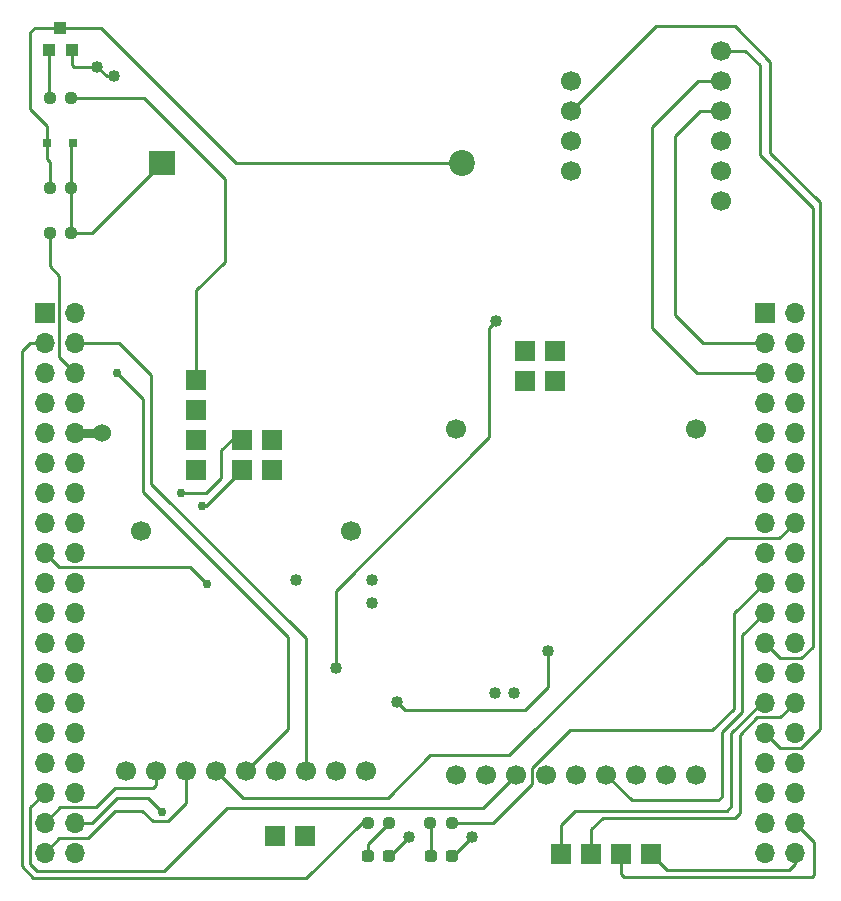
<source format=gtl>
G04 #@! TF.GenerationSoftware,KiCad,Pcbnew,(5.99.0-13294-g19fc8c6d98)*
G04 #@! TF.CreationDate,2021-12-07T19:06:37+01:00*
G04 #@! TF.ProjectId,easycomm,65617379-636f-46d6-9d2e-6b696361645f,rev?*
G04 #@! TF.SameCoordinates,Original*
G04 #@! TF.FileFunction,Copper,L1,Top*
G04 #@! TF.FilePolarity,Positive*
%FSLAX46Y46*%
G04 Gerber Fmt 4.6, Leading zero omitted, Abs format (unit mm)*
G04 Created by KiCad (PCBNEW (5.99.0-13294-g19fc8c6d98)) date 2021-12-07 19:06:37*
%MOMM*%
%LPD*%
G01*
G04 APERTURE LIST*
G04 Aperture macros list*
%AMRoundRect*
0 Rectangle with rounded corners*
0 $1 Rounding radius*
0 $2 $3 $4 $5 $6 $7 $8 $9 X,Y pos of 4 corners*
0 Add a 4 corners polygon primitive as box body*
4,1,4,$2,$3,$4,$5,$6,$7,$8,$9,$2,$3,0*
0 Add four circle primitives for the rounded corners*
1,1,$1+$1,$2,$3*
1,1,$1+$1,$4,$5*
1,1,$1+$1,$6,$7*
1,1,$1+$1,$8,$9*
0 Add four rect primitives between the rounded corners*
20,1,$1+$1,$2,$3,$4,$5,0*
20,1,$1+$1,$4,$5,$6,$7,0*
20,1,$1+$1,$6,$7,$8,$9,0*
20,1,$1+$1,$8,$9,$2,$3,0*%
G04 Aperture macros list end*
G04 #@! TA.AperFunction,SMDPad,CuDef*
%ADD10RoundRect,0.237500X-0.250000X-0.237500X0.250000X-0.237500X0.250000X0.237500X-0.250000X0.237500X0*%
G04 #@! TD*
G04 #@! TA.AperFunction,ComponentPad*
%ADD11R,1.700000X1.700000*%
G04 #@! TD*
G04 #@! TA.AperFunction,ComponentPad*
%ADD12O,1.700000X1.700000*%
G04 #@! TD*
G04 #@! TA.AperFunction,SMDPad,CuDef*
%ADD13RoundRect,0.237500X0.250000X0.237500X-0.250000X0.237500X-0.250000X-0.237500X0.250000X-0.237500X0*%
G04 #@! TD*
G04 #@! TA.AperFunction,SMDPad,CuDef*
%ADD14RoundRect,0.237500X0.287500X0.237500X-0.287500X0.237500X-0.287500X-0.237500X0.287500X-0.237500X0*%
G04 #@! TD*
G04 #@! TA.AperFunction,SMDPad,CuDef*
%ADD15R,1.000000X1.000000*%
G04 #@! TD*
G04 #@! TA.AperFunction,ComponentPad*
%ADD16C,1.700000*%
G04 #@! TD*
G04 #@! TA.AperFunction,SMDPad,CuDef*
%ADD17R,0.700000X0.700000*%
G04 #@! TD*
G04 #@! TA.AperFunction,ComponentPad*
%ADD18R,2.200000X2.000000*%
G04 #@! TD*
G04 #@! TA.AperFunction,ComponentPad*
%ADD19C,2.200000*%
G04 #@! TD*
G04 #@! TA.AperFunction,ViaPad*
%ADD20C,0.762000*%
G04 #@! TD*
G04 #@! TA.AperFunction,ViaPad*
%ADD21C,1.524000*%
G04 #@! TD*
G04 #@! TA.AperFunction,ViaPad*
%ADD22C,1.016000*%
G04 #@! TD*
G04 #@! TA.AperFunction,Conductor*
%ADD23C,0.254000*%
G04 #@! TD*
G04 #@! TA.AperFunction,Conductor*
%ADD24C,0.762000*%
G04 #@! TD*
G04 APERTURE END LIST*
D10*
G04 #@! TO.P,R3,1*
G04 #@! TO.N,Net-(Q1-Pad1)*
X108675000Y-57870000D03*
G04 #@! TO.P,R3,2*
G04 #@! TO.N,/BUZZ*
X110500000Y-57870000D03*
G04 #@! TD*
D11*
G04 #@! TO.P,J2,1,Pin_1*
G04 #@! TO.N,/FLASH_IO1*
X108250000Y-76030000D03*
D12*
G04 #@! TO.P,J2,2,Pin_2*
G04 #@! TO.N,/BLE_IRQ*
X110790000Y-76030000D03*
G04 #@! TO.P,J2,3,Pin_3*
G04 #@! TO.N,/LED_STATUS1*
X108250000Y-78570000D03*
G04 #@! TO.P,J2,4,Pin_4*
G04 #@! TO.N,/BLE_RST*
X110790000Y-78570000D03*
G04 #@! TO.P,J2,5,Pin_5*
G04 #@! TO.N,unconnected-(J2-Pad5)*
X108250000Y-81110000D03*
G04 #@! TO.P,J2,6,Pin_6*
G04 #@! TO.N,+5V*
X110790000Y-81110000D03*
G04 #@! TO.P,J2,7,Pin_7*
G04 #@! TO.N,unconnected-(J2-Pad7)*
X108250000Y-83650000D03*
G04 #@! TO.P,J2,8,Pin_8*
G04 #@! TO.N,GND*
X110790000Y-83650000D03*
G04 #@! TO.P,J2,9,Pin_9*
G04 #@! TO.N,/XTRA4_D*
X108250000Y-86190000D03*
G04 #@! TO.P,J2,10,Pin_10*
G04 #@! TO.N,+3V3*
X110790000Y-86190000D03*
G04 #@! TO.P,J2,11,Pin_11*
G04 #@! TO.N,/XTRA5_D*
X108250000Y-88730000D03*
G04 #@! TO.P,J2,12,Pin_12*
G04 #@! TO.N,unconnected-(J2-Pad12)*
X110790000Y-88730000D03*
G04 #@! TO.P,J2,13,Pin_13*
G04 #@! TO.N,unconnected-(J2-Pad13)*
X108250000Y-91270000D03*
G04 #@! TO.P,J2,14,Pin_14*
G04 #@! TO.N,unconnected-(J2-Pad14)*
X110790000Y-91270000D03*
G04 #@! TO.P,J2,15,Pin_15*
G04 #@! TO.N,unconnected-(J2-Pad15)*
X108250000Y-93810000D03*
G04 #@! TO.P,J2,16,Pin_16*
G04 #@! TO.N,unconnected-(J2-Pad16)*
X110790000Y-93810000D03*
G04 #@! TO.P,J2,17,Pin_17*
G04 #@! TO.N,/PA15*
X108250000Y-96350000D03*
G04 #@! TO.P,J2,18,Pin_18*
G04 #@! TO.N,unconnected-(J2-Pad18)*
X110790000Y-96350000D03*
G04 #@! TO.P,J2,19,Pin_19*
G04 #@! TO.N,GND*
X108250000Y-98890000D03*
G04 #@! TO.P,J2,20,Pin_20*
X110790000Y-98890000D03*
G04 #@! TO.P,J2,21,Pin_21*
G04 #@! TO.N,/BUZZ*
X108250000Y-101430000D03*
G04 #@! TO.P,J2,22,Pin_22*
G04 #@! TO.N,GND*
X110790000Y-101430000D03*
G04 #@! TO.P,J2,23,Pin_23*
G04 #@! TO.N,unconnected-(J2-Pad23)*
X108250000Y-103970000D03*
G04 #@! TO.P,J2,24,Pin_24*
G04 #@! TO.N,unconnected-(J2-Pad24)*
X110790000Y-103970000D03*
G04 #@! TO.P,J2,25,Pin_25*
G04 #@! TO.N,unconnected-(J2-Pad25)*
X108250000Y-106510000D03*
G04 #@! TO.P,J2,26,Pin_26*
G04 #@! TO.N,unconnected-(J2-Pad26)*
X110790000Y-106510000D03*
G04 #@! TO.P,J2,27,Pin_27*
G04 #@! TO.N,unconnected-(J2-Pad27)*
X108250000Y-109050000D03*
G04 #@! TO.P,J2,28,Pin_28*
G04 #@! TO.N,/PA0*
X110790000Y-109050000D03*
G04 #@! TO.P,J2,29,Pin_29*
G04 #@! TO.N,unconnected-(J2-Pad29)*
X108250000Y-111590000D03*
G04 #@! TO.P,J2,30,Pin_30*
G04 #@! TO.N,/FLASH_RESET*
X110790000Y-111590000D03*
G04 #@! TO.P,J2,31,Pin_31*
G04 #@! TO.N,unconnected-(J2-Pad31)*
X108250000Y-114130000D03*
G04 #@! TO.P,J2,32,Pin_32*
G04 #@! TO.N,unconnected-(J2-Pad32)*
X110790000Y-114130000D03*
G04 #@! TO.P,J2,33,Pin_33*
G04 #@! TO.N,/VBAT*
X108250000Y-116670000D03*
G04 #@! TO.P,J2,34,Pin_34*
G04 #@! TO.N,/PPS*
X110790000Y-116670000D03*
G04 #@! TO.P,J2,35,Pin_35*
G04 #@! TO.N,/BLE_MISO*
X108250000Y-119210000D03*
G04 #@! TO.P,J2,36,Pin_36*
G04 #@! TO.N,/GPS_ENABLE*
X110790000Y-119210000D03*
G04 #@! TO.P,J2,37,Pin_37*
G04 #@! TO.N,/BLE_MOSI*
X108250000Y-121750000D03*
G04 #@! TO.P,J2,38,Pin_38*
G04 #@! TO.N,unconnected-(J2-Pad38)*
X110790000Y-121750000D03*
G04 #@! TD*
D11*
G04 #@! TO.P,BUZZ,1,1*
G04 #@! TO.N,/BUZZ*
X121100000Y-81760000D03*
G04 #@! TD*
D13*
G04 #@! TO.P,R4,1*
G04 #@! TO.N,Net-(D2-Pad2)*
X137417500Y-119200000D03*
G04 #@! TO.P,R4,2*
G04 #@! TO.N,/LED_STATUS1*
X135592500Y-119200000D03*
G04 #@! TD*
D14*
G04 #@! TO.P,STATE2,1,K*
G04 #@! TO.N,GND*
X142705000Y-122000000D03*
G04 #@! TO.P,STATE2,2,A*
G04 #@! TO.N,Net-(D3-Pad2)*
X140955000Y-122000000D03*
G04 #@! TD*
D11*
G04 #@! TO.P,PA11,1,Pin_1*
G04 #@! TO.N,/PA11*
X148942000Y-79280000D03*
G04 #@! TD*
G04 #@! TO.P,PC8,1,Pin_1*
G04 #@! TO.N,/PC8*
X151482000Y-79280000D03*
G04 #@! TD*
G04 #@! TO.P,PC6,1,Pin_1*
G04 #@! TO.N,/PC6*
X151482000Y-81820000D03*
G04 #@! TD*
D10*
G04 #@! TO.P,R1,1*
G04 #@! TO.N,+5V*
X108675000Y-69300000D03*
G04 #@! TO.P,R1,2*
G04 #@! TO.N,Net-(BZ1-Pad1)*
X110500000Y-69300000D03*
G04 #@! TD*
D11*
G04 #@! TO.P,PA15,1,Pin_1*
G04 #@! TO.N,/PA15*
X127540000Y-89340000D03*
G04 #@! TD*
D14*
G04 #@! TO.P,STATE1,1,K*
G04 #@! TO.N,GND*
X137380000Y-122000000D03*
G04 #@! TO.P,STATE1,2,A*
G04 #@! TO.N,Net-(D2-Pad2)*
X135630000Y-122000000D03*
G04 #@! TD*
D11*
G04 #@! TO.P,J8,1,Pin_1*
G04 #@! TO.N,GND*
X130340000Y-120300000D03*
G04 #@! TD*
D15*
G04 #@! TO.P,Q1,1,B*
G04 #@! TO.N,Net-(Q1-Pad1)*
X108587500Y-53790000D03*
G04 #@! TO.P,Q1,2,E*
G04 #@! TO.N,GND*
X110587500Y-53790000D03*
G04 #@! TO.P,Q1,3,C*
G04 #@! TO.N,Net-(BZ1-Pad2)*
X109587500Y-51890000D03*
G04 #@! TD*
D11*
G04 #@! TO.P,SX2,1,Pin_1*
G04 #@! TO.N,/S_XTRA2*
X157070000Y-121825000D03*
G04 #@! TD*
G04 #@! TO.P,GND,1,1*
G04 #@! TO.N,GND*
X121100000Y-84300000D03*
G04 #@! TD*
G04 #@! TO.P,PB4,1,Pin_1*
G04 #@! TO.N,/PB4*
X151990000Y-121825000D03*
G04 #@! TD*
D16*
G04 #@! TO.P,U3,1,Vin*
G04 #@! TO.N,+3V3*
X165550000Y-66550000D03*
G04 #@! TO.P,U3,2,Vout*
G04 #@! TO.N,unconnected-(U3-Pad2)*
X165550000Y-64010000D03*
G04 #@! TO.P,U3,3,GND*
G04 #@! TO.N,GND*
X165550000Y-61470000D03*
G04 #@! TO.P,U3,4,SCL*
G04 #@! TO.N,/IMU_SCL*
X165550000Y-58930000D03*
G04 #@! TO.P,U3,5,SDA*
G04 #@! TO.N,/IMU_SDA*
X165550000Y-56390000D03*
G04 #@! TO.P,U3,6,INTM*
G04 #@! TO.N,/INTM*
X165550000Y-53850000D03*
G04 #@! TO.P,U3,7,DRDY*
G04 #@! TO.N,unconnected-(U3-Pad7)*
X152850000Y-64010000D03*
G04 #@! TO.P,U3,8,ADM*
G04 #@! TO.N,unconnected-(U3-Pad8)*
X152850000Y-61470000D03*
G04 #@! TO.P,U3,9,INT1*
G04 #@! TO.N,/IMU_INT1*
X152850000Y-58930000D03*
G04 #@! TO.P,U3,10,AGAD*
G04 #@! TO.N,unconnected-(U3-Pad10)*
X152850000Y-56390000D03*
G04 #@! TD*
G04 #@! TO.P,U2,1,3VOUT*
G04 #@! TO.N,unconnected-(U2-Pad1)*
X143100000Y-115156000D03*
G04 #@! TO.P,U2,2,ENABLE*
G04 #@! TO.N,/GPS_ENABLE*
X145640000Y-115156000D03*
G04 #@! TO.P,U2,3,VBAT*
G04 #@! TO.N,/VBAT*
X148180000Y-115156000D03*
G04 #@! TO.P,U2,4,FIX*
G04 #@! TO.N,unconnected-(U2-Pad4)*
X150720000Y-115156000D03*
G04 #@! TO.P,U2,5,TX*
G04 #@! TO.N,/TX_RX*
X153260000Y-115156000D03*
G04 #@! TO.P,U2,6,RX*
G04 #@! TO.N,/RX_TX*
X155800000Y-115156000D03*
G04 #@! TO.P,U2,7,GND*
G04 #@! TO.N,GND*
X158340000Y-115156000D03*
G04 #@! TO.P,U2,8,VIN*
G04 #@! TO.N,+3V3*
X160880000Y-115156000D03*
G04 #@! TO.P,U2,9,PPS*
G04 #@! TO.N,/PPS*
X163420000Y-115156000D03*
G04 #@! TO.P,U2,10*
G04 #@! TO.N,N/C*
X143100000Y-85884000D03*
G04 #@! TO.P,U2,11*
X163420000Y-85884000D03*
G04 #@! TD*
D11*
G04 #@! TO.P,SX3,1,Pin_1*
G04 #@! TO.N,/S_XTRA3*
X159610000Y-121825000D03*
G04 #@! TD*
G04 #@! TO.P,3V3,1,1*
G04 #@! TO.N,+3V3*
X121100000Y-89380000D03*
G04 #@! TD*
D17*
G04 #@! TO.P,D1,1,K*
G04 #@! TO.N,Net-(BZ1-Pad1)*
X110637500Y-61680000D03*
G04 #@! TO.P,D1,2,A*
G04 #@! TO.N,Net-(BZ1-Pad2)*
X108437500Y-61680000D03*
G04 #@! TD*
D11*
G04 #@! TO.P,J1,1,Pin_1*
G04 #@! TO.N,/FLASH_IO0*
X169210000Y-76030000D03*
D12*
G04 #@! TO.P,J1,2,Pin_2*
G04 #@! TO.N,/PC8*
X171750000Y-76030000D03*
G04 #@! TO.P,J1,3,Pin_3*
G04 #@! TO.N,/IMU_SCL*
X169210000Y-78570000D03*
G04 #@! TO.P,J1,4,Pin_4*
G04 #@! TO.N,/PC6*
X171750000Y-78570000D03*
G04 #@! TO.P,J1,5,Pin_5*
G04 #@! TO.N,/IMU_SDA*
X169210000Y-81110000D03*
G04 #@! TO.P,J1,6,Pin_6*
G04 #@! TO.N,unconnected-(J1-Pad6)*
X171750000Y-81110000D03*
G04 #@! TO.P,J1,7,Pin_7*
G04 #@! TO.N,unconnected-(J1-Pad7)*
X169210000Y-83650000D03*
G04 #@! TO.P,J1,8,Pin_8*
G04 #@! TO.N,unconnected-(J1-Pad8)*
X171750000Y-83650000D03*
G04 #@! TO.P,J1,9,Pin_9*
G04 #@! TO.N,GND*
X169210000Y-86190000D03*
G04 #@! TO.P,J1,10,Pin_10*
G04 #@! TO.N,unconnected-(J1-Pad10)*
X171750000Y-86190000D03*
G04 #@! TO.P,J1,11,Pin_11*
G04 #@! TO.N,unconnected-(J1-Pad11)*
X169210000Y-88730000D03*
G04 #@! TO.P,J1,12,Pin_12*
G04 #@! TO.N,/PA12*
X171750000Y-88730000D03*
G04 #@! TO.P,J1,13,Pin_13*
G04 #@! TO.N,unconnected-(J1-Pad13)*
X169210000Y-91270000D03*
G04 #@! TO.P,J1,14,Pin_14*
G04 #@! TO.N,/PA11*
X171750000Y-91270000D03*
G04 #@! TO.P,J1,15,Pin_15*
G04 #@! TO.N,unconnected-(J1-Pad15)*
X169210000Y-93810000D03*
G04 #@! TO.P,J1,16,Pin_16*
G04 #@! TO.N,/BLE_CS*
X171750000Y-93810000D03*
G04 #@! TO.P,J1,17,Pin_17*
G04 #@! TO.N,/FLASH_CS*
X169210000Y-96350000D03*
G04 #@! TO.P,J1,18,Pin_18*
G04 #@! TO.N,unconnected-(J1-Pad18)*
X171750000Y-96350000D03*
G04 #@! TO.P,J1,19,Pin_19*
G04 #@! TO.N,/LED_STATUS2*
X169210000Y-98890000D03*
G04 #@! TO.P,J1,20,Pin_20*
G04 #@! TO.N,GND*
X171750000Y-98890000D03*
G04 #@! TO.P,J1,21,Pin_21*
G04 #@! TO.N,/RX_TX*
X169210000Y-101430000D03*
G04 #@! TO.P,J1,22,Pin_22*
G04 #@! TO.N,/FLASH_CLK*
X171750000Y-101430000D03*
G04 #@! TO.P,J1,23,Pin_23*
G04 #@! TO.N,/INTM*
X169210000Y-103970000D03*
G04 #@! TO.P,J1,24,Pin_24*
G04 #@! TO.N,unconnected-(J1-Pad24)*
X171750000Y-103970000D03*
G04 #@! TO.P,J1,25,Pin_25*
G04 #@! TO.N,/FLASH_WP*
X169210000Y-106510000D03*
G04 #@! TO.P,J1,26,Pin_26*
G04 #@! TO.N,unconnected-(J1-Pad26)*
X171750000Y-106510000D03*
G04 #@! TO.P,J1,27,Pin_27*
G04 #@! TO.N,/PB4*
X169210000Y-109050000D03*
G04 #@! TO.P,J1,28,Pin_28*
G04 #@! TO.N,/PB14*
X171750000Y-109050000D03*
G04 #@! TO.P,J1,29,Pin_29*
G04 #@! TO.N,/IMU_INT1*
X169210000Y-111590000D03*
G04 #@! TO.P,J1,30,Pin_30*
G04 #@! TO.N,/BLE_CLK*
X171750000Y-111590000D03*
G04 #@! TO.P,J1,31,Pin_31*
G04 #@! TO.N,unconnected-(J1-Pad31)*
X169210000Y-114130000D03*
G04 #@! TO.P,J1,32,Pin_32*
G04 #@! TO.N,unconnected-(J1-Pad32)*
X171750000Y-114130000D03*
G04 #@! TO.P,J1,33,Pin_33*
G04 #@! TO.N,/TX_RX*
X169210000Y-116670000D03*
G04 #@! TO.P,J1,34,Pin_34*
G04 #@! TO.N,unconnected-(J1-Pad34)*
X171750000Y-116670000D03*
G04 #@! TO.P,J1,35,Pin_35*
G04 #@! TO.N,unconnected-(J1-Pad35)*
X169210000Y-119210000D03*
G04 #@! TO.P,J1,36,Pin_36*
G04 #@! TO.N,/S_XTRA2*
X171750000Y-119210000D03*
G04 #@! TO.P,J1,37,Pin_37*
G04 #@! TO.N,unconnected-(J1-Pad37)*
X169210000Y-121750000D03*
G04 #@! TO.P,J1,38,Pin_38*
G04 #@! TO.N,/S_XTRA3*
X171750000Y-121750000D03*
G04 #@! TD*
D11*
G04 #@! TO.P,5V,1,1*
G04 #@! TO.N,+5V*
X121100000Y-86840000D03*
G04 #@! TD*
G04 #@! TO.P,J7,1,Pin_1*
G04 #@! TO.N,/DFU*
X127800000Y-120300000D03*
G04 #@! TD*
D13*
G04 #@! TO.P,R2,1*
G04 #@! TO.N,Net-(BZ1-Pad1)*
X110500000Y-65490000D03*
G04 #@! TO.P,R2,2*
G04 #@! TO.N,Net-(BZ1-Pad2)*
X108675000Y-65490000D03*
G04 #@! TD*
D16*
G04 #@! TO.P,U1,1,CLK*
G04 #@! TO.N,/BLE_CLK*
X115160000Y-114840000D03*
G04 #@! TO.P,U1,2,MISO*
G04 #@! TO.N,/BLE_MISO*
X117700000Y-114840000D03*
G04 #@! TO.P,U1,3,MOSI*
G04 #@! TO.N,/BLE_MOSI*
X120240000Y-114840000D03*
G04 #@! TO.P,U1,4,CS*
G04 #@! TO.N,/BLE_CS*
X122780000Y-114840000D03*
G04 #@! TO.P,U1,5,IRQ*
G04 #@! TO.N,/BLE_IRQ*
X125320000Y-114840000D03*
G04 #@! TO.P,U1,6,DFU*
G04 #@! TO.N,/DFU*
X127860000Y-114840000D03*
G04 #@! TO.P,U1,7,RST*
G04 #@! TO.N,/BLE_RST*
X130400000Y-114840000D03*
G04 #@! TO.P,U1,8,GND*
G04 #@! TO.N,GND*
X132940000Y-114840000D03*
G04 #@! TO.P,U1,9,VIN*
G04 #@! TO.N,+3V3*
X135480000Y-114840000D03*
G04 #@! TO.P,U1,10*
G04 #@! TO.N,N/C*
X116430000Y-94520000D03*
G04 #@! TO.P,U1,11*
X134210000Y-94520000D03*
G04 #@! TD*
D11*
G04 #@! TO.P,PA0,1,Pin_1*
G04 #@! TO.N,/PA0*
X127540000Y-86800000D03*
G04 #@! TD*
D10*
G04 #@! TO.P,R5,1*
G04 #@! TO.N,Net-(D3-Pad2)*
X140917500Y-119200000D03*
G04 #@! TO.P,R5,2*
G04 #@! TO.N,/LED_STATUS2*
X142742500Y-119200000D03*
G04 #@! TD*
D11*
G04 #@! TO.P,DX4,1,Pin_1*
G04 #@! TO.N,/XTRA4_D*
X125000000Y-86800000D03*
G04 #@! TD*
D18*
G04 #@! TO.P,BZ1,1,-*
G04 #@! TO.N,Net-(BZ1-Pad1)*
X118200000Y-63350000D03*
D19*
G04 #@! TO.P,BZ1,2,+*
G04 #@! TO.N,Net-(BZ1-Pad2)*
X143600000Y-63350000D03*
G04 #@! TD*
D11*
G04 #@! TO.P,PA12,1,Pin_1*
G04 #@! TO.N,/PA12*
X148942000Y-81820000D03*
G04 #@! TD*
G04 #@! TO.P,PB14,1,Pin_1*
G04 #@! TO.N,/PB14*
X154530000Y-121825000D03*
G04 #@! TD*
G04 #@! TO.P,DX5,1,Pin_1*
G04 #@! TO.N,/XTRA5_D*
X125000000Y-89340000D03*
G04 #@! TD*
D20*
G04 #@! TO.N,/XTRA4_D*
X119800000Y-91300000D03*
G04 #@! TO.N,/XTRA5_D*
X121600000Y-92400000D03*
G04 #@! TO.N,/PA15*
X122000000Y-99000000D03*
D21*
G04 #@! TO.N,+3V3*
X113099999Y-86200001D03*
D20*
G04 #@! TO.N,/BLE_IRQ*
X114400000Y-81100000D03*
G04 #@! TO.N,/GPS_ENABLE*
X118200000Y-118300000D03*
D22*
G04 #@! TO.N,/FLASH_IO0*
X132900000Y-106100000D03*
X146500000Y-76700000D03*
G04 #@! TO.N,GND*
X114100000Y-56000000D03*
X129500000Y-98700000D03*
X144400000Y-120400000D03*
X148000000Y-108200000D03*
X112700000Y-55200000D03*
X139100000Y-120400000D03*
X146400000Y-108200000D03*
G04 #@! TO.N,/FLASH_CLK*
X150900000Y-104700000D03*
X138100000Y-109000000D03*
G04 #@! TO.N,+3V3*
X136000000Y-100600000D03*
X136000000Y-98700000D03*
G04 #@! TD*
D23*
G04 #@! TO.N,/PB4*
X151990000Y-121825000D02*
X151990000Y-119410000D01*
X166400000Y-117800000D02*
X166400000Y-111600000D01*
X151990000Y-119410000D02*
X153200000Y-118200000D01*
X153200000Y-118200000D02*
X166000000Y-118200000D01*
X166000000Y-118200000D02*
X166400000Y-117800000D01*
X166400000Y-111600000D02*
X168950000Y-109050000D01*
X168950000Y-109050000D02*
X169210000Y-109050000D01*
G04 #@! TO.N,/XTRA4_D*
X123200000Y-90000000D02*
X123200000Y-87700000D01*
X124100000Y-86800000D02*
X125000000Y-86800000D01*
X119800000Y-91300000D02*
X121900000Y-91300000D01*
X121900000Y-91300000D02*
X123200000Y-90000000D01*
X123200000Y-87700000D02*
X124100000Y-86800000D01*
G04 #@! TO.N,/XTRA5_D*
X121600000Y-92400000D02*
X121940000Y-92400000D01*
X121940000Y-92400000D02*
X125000000Y-89340000D01*
G04 #@! TO.N,/PA15*
X108250000Y-96350000D02*
X109500000Y-97600000D01*
X109500000Y-97600000D02*
X120600000Y-97600000D01*
X120600000Y-97600000D02*
X122000000Y-99000000D01*
D24*
G04 #@! TO.N,+3V3*
X110790000Y-86190000D02*
X113089998Y-86190000D01*
X113089998Y-86190000D02*
X113099999Y-86200001D01*
D23*
G04 #@! TO.N,/BLE_IRQ*
X125320000Y-114840000D02*
X128900000Y-111260000D01*
X128900000Y-111260000D02*
X128900000Y-103500000D01*
X128900000Y-103500000D02*
X116600000Y-91200000D01*
X116600000Y-91200000D02*
X116600000Y-83300000D01*
X116600000Y-83300000D02*
X114400000Y-81100000D01*
G04 #@! TO.N,/BLE_RST*
X130400000Y-114840000D02*
X130400000Y-103600000D01*
X130400000Y-103600000D02*
X117300000Y-90500000D01*
X117300000Y-90500000D02*
X117300000Y-81300000D01*
X117300000Y-81300000D02*
X114570000Y-78570000D01*
X114570000Y-78570000D02*
X110790000Y-78570000D01*
G04 #@! TO.N,/LED_STATUS1*
X135592500Y-119200000D02*
X135105000Y-119200000D01*
X135105000Y-119200000D02*
X130405000Y-123900000D01*
X107300000Y-123900000D02*
X106300000Y-122900000D01*
X130405000Y-123900000D02*
X107300000Y-123900000D01*
X106300000Y-122900000D02*
X106300000Y-79300000D01*
X106300000Y-79300000D02*
X107030000Y-78570000D01*
X107030000Y-78570000D02*
X108250000Y-78570000D01*
G04 #@! TO.N,/VBAT*
X148180000Y-115156000D02*
X145336000Y-118000000D01*
X145336000Y-118000000D02*
X123700000Y-118000000D01*
X123700000Y-118000000D02*
X118400000Y-123300000D01*
X118400000Y-123300000D02*
X107600000Y-123300000D01*
X107600000Y-123300000D02*
X107000000Y-122700000D01*
X107000000Y-117920000D02*
X108250000Y-116670000D01*
X107000000Y-122700000D02*
X107000000Y-117920000D01*
G04 #@! TO.N,/BLE_MOSI*
X120240000Y-114840000D02*
X120240000Y-117560000D01*
X120240000Y-117560000D02*
X118700000Y-119100000D01*
X118700000Y-119100000D02*
X117400000Y-119100000D01*
X117400000Y-119100000D02*
X116500000Y-118200000D01*
X116500000Y-118200000D02*
X114200000Y-118200000D01*
X114200000Y-118200000D02*
X111900000Y-120500000D01*
X111900000Y-120500000D02*
X109500000Y-120500000D01*
X109500000Y-120500000D02*
X108250000Y-121750000D01*
G04 #@! TO.N,/GPS_ENABLE*
X118200000Y-118300000D02*
X117000000Y-117100000D01*
X117000000Y-117100000D02*
X114400000Y-117100000D01*
X114400000Y-117100000D02*
X112290000Y-119210000D01*
X112290000Y-119210000D02*
X110790000Y-119210000D01*
G04 #@! TO.N,/BLE_MISO*
X108250000Y-119210000D02*
X109560000Y-117900000D01*
X109560000Y-117900000D02*
X112600000Y-117900000D01*
X112600000Y-117900000D02*
X114200000Y-116300000D01*
X117400000Y-116300000D02*
X117700000Y-116000000D01*
X114200000Y-116300000D02*
X117400000Y-116300000D01*
X117700000Y-116000000D02*
X117700000Y-114840000D01*
G04 #@! TO.N,Net-(D2-Pad2)*
X135630000Y-122000000D02*
X135630000Y-120987500D01*
X135630000Y-120987500D02*
X137417500Y-119200000D01*
G04 #@! TO.N,+5V*
X110790000Y-81110000D02*
X109500000Y-79820000D01*
X108675000Y-72075000D02*
X108675000Y-69300000D01*
X109500000Y-79820000D02*
X109500000Y-72900000D01*
X109500000Y-72900000D02*
X108675000Y-72075000D01*
G04 #@! TO.N,/BLE_CS*
X171750000Y-93810000D02*
X170460000Y-95100000D01*
X170460000Y-95100000D02*
X166000000Y-95100000D01*
X137300000Y-117100000D02*
X125040000Y-117100000D01*
X166000000Y-95100000D02*
X147600000Y-113500000D01*
X147600000Y-113500000D02*
X140900000Y-113500000D01*
X140900000Y-113500000D02*
X137300000Y-117100000D01*
X125040000Y-117100000D02*
X122780000Y-114840000D01*
G04 #@! TO.N,/BUZZ*
X123500000Y-71700000D02*
X121100000Y-74100000D01*
X121100000Y-74100000D02*
X121100000Y-81760000D01*
G04 #@! TO.N,/RX_TX*
X169210000Y-101430000D02*
X167300000Y-103340000D01*
X165600000Y-111500000D02*
X165600000Y-117000000D01*
X167300000Y-103340000D02*
X167300000Y-109800000D01*
X167300000Y-109800000D02*
X165600000Y-111500000D01*
X165600000Y-117000000D02*
X165300000Y-117300000D01*
X165300000Y-117300000D02*
X157944000Y-117300000D01*
X157944000Y-117300000D02*
X155800000Y-115156000D01*
G04 #@! TO.N,Net-(BZ1-Pad1)*
X110500000Y-69300000D02*
X110500000Y-65490000D01*
X110500000Y-69300000D02*
X112250000Y-69300000D01*
X112250000Y-69300000D02*
X118200000Y-63350000D01*
X110500000Y-61817500D02*
X110637500Y-61680000D01*
X110500000Y-65490000D02*
X110500000Y-61817500D01*
G04 #@! TO.N,Net-(BZ1-Pad2)*
X124450000Y-63350000D02*
X112990000Y-51890000D01*
X107000000Y-58800000D02*
X108437500Y-60237500D01*
X108437500Y-63037500D02*
X108437500Y-61680000D01*
X112990000Y-51890000D02*
X109587500Y-51890000D01*
X108675000Y-63275000D02*
X108437500Y-63037500D01*
X108675000Y-65490000D02*
X108675000Y-63275000D01*
X107410000Y-51890000D02*
X109587500Y-51890000D01*
X107000000Y-58800000D02*
X107000000Y-52300000D01*
X143600000Y-63350000D02*
X124450000Y-63350000D01*
X107000000Y-52300000D02*
X107410000Y-51890000D01*
X108437500Y-60237500D02*
X108437500Y-61680000D01*
G04 #@! TO.N,Net-(D3-Pad2)*
X140955000Y-122000000D02*
X140955000Y-119237500D01*
X140955000Y-119237500D02*
X140917500Y-119200000D01*
G04 #@! TO.N,/FLASH_IO0*
X145900000Y-86600000D02*
X132900000Y-99600000D01*
X146500000Y-76700000D02*
X145900000Y-77300000D01*
X132900000Y-99600000D02*
X132900000Y-106100000D01*
X145900000Y-77300000D02*
X145900000Y-86600000D01*
G04 #@! TO.N,/IMU_SCL*
X161600000Y-61100000D02*
X163770000Y-58930000D01*
X161600000Y-76200000D02*
X161600000Y-61100000D01*
X163770000Y-58930000D02*
X165550000Y-58930000D01*
X163970000Y-78570000D02*
X161600000Y-76200000D01*
X169210000Y-78570000D02*
X163970000Y-78570000D01*
G04 #@! TO.N,/IMU_SDA*
X169210000Y-81110000D02*
X163510000Y-81110000D01*
X163610000Y-56390000D02*
X165550000Y-56390000D01*
X159700000Y-60300000D02*
X163610000Y-56390000D01*
X159700000Y-77300000D02*
X159700000Y-60300000D01*
X163510000Y-81110000D02*
X159700000Y-77300000D01*
G04 #@! TO.N,GND*
X110587500Y-55087500D02*
X110587500Y-53790000D01*
X142800000Y-122000000D02*
X144400000Y-120400000D01*
X110700000Y-55200000D02*
X110587500Y-55087500D01*
X142705000Y-122000000D02*
X142800000Y-122000000D01*
X112700000Y-55200000D02*
X110700000Y-55200000D01*
X114100000Y-56000000D02*
X113500000Y-56000000D01*
X113500000Y-56000000D02*
X112700000Y-55200000D01*
X137380000Y-122000000D02*
X137500000Y-122000000D01*
X137500000Y-122000000D02*
X139100000Y-120400000D01*
G04 #@! TO.N,/LED_STATUS2*
X149500000Y-115900000D02*
X149500000Y-114600000D01*
X164800000Y-111400000D02*
X166600000Y-109600000D01*
X142742500Y-119200000D02*
X146200000Y-119200000D01*
X166600000Y-101500000D02*
X169210000Y-98890000D01*
X146200000Y-119200000D02*
X149500000Y-115900000D01*
X152700000Y-111400000D02*
X164800000Y-111400000D01*
X166600000Y-109600000D02*
X166600000Y-101500000D01*
X149500000Y-114600000D02*
X152700000Y-111400000D01*
G04 #@! TO.N,/FLASH_CLK*
X150900000Y-104700000D02*
X150900000Y-107700000D01*
X138800000Y-109700000D02*
X138100000Y-109000000D01*
X148900000Y-109700000D02*
X138800000Y-109700000D01*
X150900000Y-107700000D02*
X148900000Y-109700000D01*
G04 #@! TO.N,/INTM*
X173300000Y-67200000D02*
X168800000Y-62700000D01*
X168800000Y-62700000D02*
X168800000Y-55100000D01*
X167550000Y-53850000D02*
X165550000Y-53850000D01*
X172300000Y-105300000D02*
X173300000Y-104300000D01*
X170540000Y-105300000D02*
X172300000Y-105300000D01*
X173300000Y-104300000D02*
X173300000Y-67200000D01*
X169210000Y-103970000D02*
X170540000Y-105300000D01*
X168800000Y-55100000D02*
X167550000Y-53850000D01*
G04 #@! TO.N,/PB14*
X155500000Y-118800000D02*
X154530000Y-119770000D01*
X171750000Y-109050000D02*
X170500000Y-110300000D01*
X166700000Y-118800000D02*
X155500000Y-118800000D01*
X168600000Y-110300000D02*
X167100000Y-111800000D01*
X167100000Y-118400000D02*
X166700000Y-118800000D01*
X167100000Y-111800000D02*
X167100000Y-118400000D01*
X170500000Y-110300000D02*
X168600000Y-110300000D01*
X154530000Y-119770000D02*
X154530000Y-121825000D01*
G04 #@! TO.N,/IMU_INT1*
X172300000Y-112900000D02*
X173900000Y-111300000D01*
X159980000Y-51800000D02*
X152850000Y-58930000D01*
X169700000Y-62500000D02*
X169700000Y-54800000D01*
X166700000Y-51800000D02*
X159980000Y-51800000D01*
X169210000Y-111590000D02*
X170520000Y-112900000D01*
X170520000Y-112900000D02*
X172300000Y-112900000D01*
X173900000Y-111300000D02*
X173900000Y-66700000D01*
X169700000Y-54800000D02*
X166700000Y-51800000D01*
X173900000Y-66700000D02*
X169700000Y-62500000D01*
G04 #@! TO.N,/BUZZ*
X110500000Y-57870000D02*
X116670000Y-57870000D01*
X123500000Y-64700000D02*
X123500000Y-71700000D01*
X116670000Y-57870000D02*
X123500000Y-64700000D01*
G04 #@! TO.N,/S_XTRA2*
X157070000Y-123570000D02*
X157070000Y-121825000D01*
X157300000Y-123800000D02*
X157070000Y-123570000D01*
X173400000Y-123600000D02*
X173200000Y-123800000D01*
X173400000Y-120860000D02*
X173400000Y-123600000D01*
X171750000Y-119210000D02*
X173400000Y-120860000D01*
X173200000Y-123800000D02*
X157300000Y-123800000D01*
G04 #@! TO.N,Net-(Q1-Pad1)*
X108587500Y-53790000D02*
X108587500Y-57782500D01*
X108587500Y-57782500D02*
X108675000Y-57870000D01*
G04 #@! TO.N,/S_XTRA3*
X171750000Y-122750000D02*
X171750000Y-121750000D01*
X160985000Y-123200000D02*
X159610000Y-121825000D01*
X171300000Y-123200000D02*
X171750000Y-122750000D01*
X171300000Y-123200000D02*
X160985000Y-123200000D01*
G04 #@! TD*
M02*

</source>
